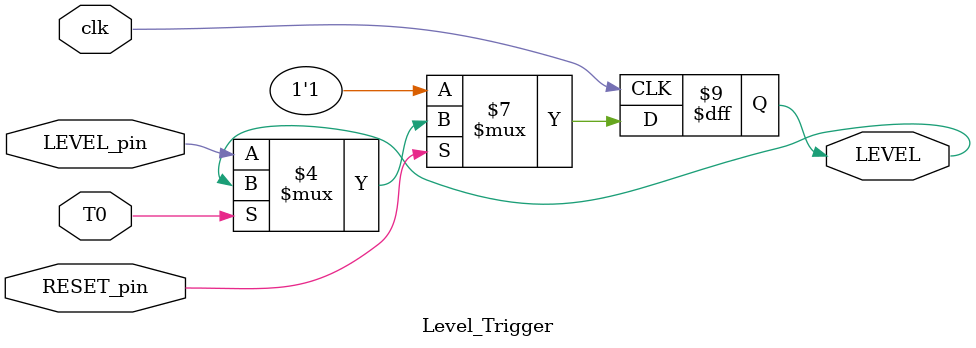
<source format=v>
module Level_Trigger (
	input clk,
	input LEVEL_pin,
	input RESET_pin,
	input T0,

	output reg LEVEL);

	always @ (posedge clk)
		if(~RESET_pin) // active low reset
			LEVEL <= 1'b1;
		else if(~T0)
			LEVEL <= LEVEL_pin;

endmodule // Level_Trigger

</source>
